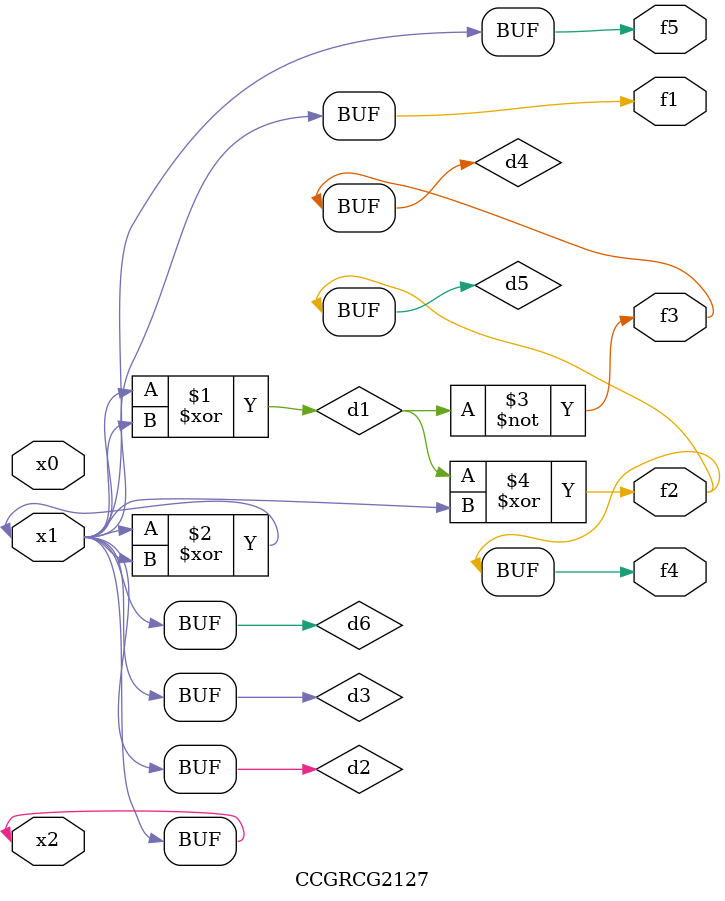
<source format=v>
module CCGRCG2127(
	input x0, x1, x2,
	output f1, f2, f3, f4, f5
);

	wire d1, d2, d3, d4, d5, d6;

	xor (d1, x1, x2);
	buf (d2, x1, x2);
	xor (d3, x1, x2);
	nor (d4, d1);
	xor (d5, d1, d2);
	buf (d6, d2, d3);
	assign f1 = d6;
	assign f2 = d5;
	assign f3 = d4;
	assign f4 = d5;
	assign f5 = d6;
endmodule

</source>
